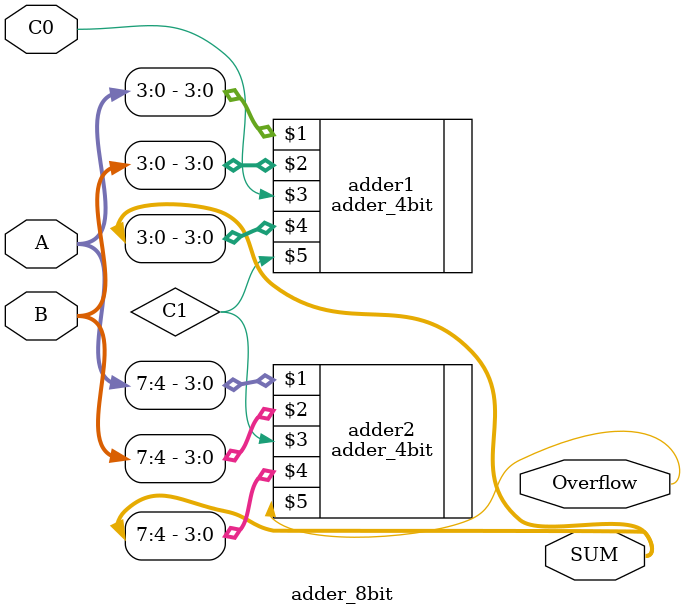
<source format=v>
`timescale 1ns / 1ps
`include "adder_4bit.v"
module adder_8bit(
    input [7:0] A,
    input [7:0] B,
    input C0,
    output [7:0] SUM,
    output Overflow
    );
    adder_4bit adder1(A[3:0],B[3:0],C0,SUM[3:0],C1),
    adder2(A[7:4],B[7:4],C1,SUM[7:4],Overflow);
endmodule

</source>
